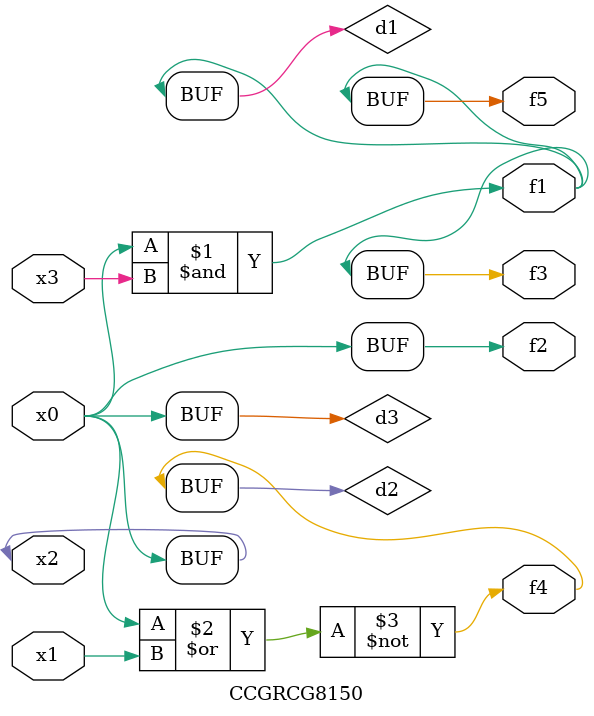
<source format=v>
module CCGRCG8150(
	input x0, x1, x2, x3,
	output f1, f2, f3, f4, f5
);

	wire d1, d2, d3;

	and (d1, x2, x3);
	nor (d2, x0, x1);
	buf (d3, x0, x2);
	assign f1 = d1;
	assign f2 = d3;
	assign f3 = d1;
	assign f4 = d2;
	assign f5 = d1;
endmodule

</source>
